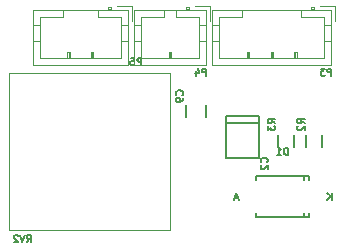
<source format=gbo>
G04 #@! TF.FileFunction,Legend,Bot*
%FSLAX46Y46*%
G04 Gerber Fmt 4.6, Leading zero omitted, Abs format (unit mm)*
G04 Created by KiCad (PCBNEW 4.0.7) date 03/02/18 07:07:43*
%MOMM*%
%LPD*%
G01*
G04 APERTURE LIST*
%ADD10C,0.100000*%
%ADD11C,0.120000*%
%ADD12C,0.150000*%
G04 APERTURE END LIST*
D10*
D11*
X178450000Y-71500000D02*
X178450000Y-76200000D01*
X178450000Y-76200000D02*
X168350000Y-76200000D01*
X168350000Y-76200000D02*
X168350000Y-71500000D01*
X168350000Y-71500000D02*
X178450000Y-71500000D01*
X175900000Y-71500000D02*
X175900000Y-72100000D01*
X175900000Y-72100000D02*
X177850000Y-72100000D01*
X177850000Y-72100000D02*
X177850000Y-75600000D01*
X177850000Y-75600000D02*
X168950000Y-75600000D01*
X168950000Y-75600000D02*
X168950000Y-72100000D01*
X168950000Y-72100000D02*
X170900000Y-72100000D01*
X170900000Y-72100000D02*
X170900000Y-71500000D01*
X178450000Y-72800000D02*
X177850000Y-72800000D01*
X178450000Y-74100000D02*
X177850000Y-74100000D01*
X168350000Y-72800000D02*
X168950000Y-72800000D01*
X168350000Y-74100000D02*
X168950000Y-74100000D01*
X176700000Y-71500000D02*
X176700000Y-71300000D01*
X176700000Y-71300000D02*
X177000000Y-71300000D01*
X177000000Y-71300000D02*
X177000000Y-71500000D01*
X176700000Y-71400000D02*
X177000000Y-71400000D01*
X175500000Y-75600000D02*
X175500000Y-75100000D01*
X175500000Y-75100000D02*
X175300000Y-75100000D01*
X175300000Y-75100000D02*
X175300000Y-75600000D01*
X175400000Y-75600000D02*
X175400000Y-75100000D01*
X173500000Y-75600000D02*
X173500000Y-75100000D01*
X173500000Y-75100000D02*
X173300000Y-75100000D01*
X173300000Y-75100000D02*
X173300000Y-75600000D01*
X173400000Y-75600000D02*
X173400000Y-75100000D01*
X171500000Y-75600000D02*
X171500000Y-75100000D01*
X171500000Y-75100000D02*
X171300000Y-75100000D01*
X171300000Y-75100000D02*
X171300000Y-75600000D01*
X171400000Y-75600000D02*
X171400000Y-75100000D01*
X177500000Y-71200000D02*
X178750000Y-71200000D01*
X178750000Y-71200000D02*
X178750000Y-72450000D01*
X167850000Y-71500000D02*
X167850000Y-76200000D01*
X167850000Y-76200000D02*
X161750000Y-76200000D01*
X161750000Y-76200000D02*
X161750000Y-71500000D01*
X161750000Y-71500000D02*
X167850000Y-71500000D01*
X165300000Y-71500000D02*
X165300000Y-72100000D01*
X165300000Y-72100000D02*
X167250000Y-72100000D01*
X167250000Y-72100000D02*
X167250000Y-75600000D01*
X167250000Y-75600000D02*
X162350000Y-75600000D01*
X162350000Y-75600000D02*
X162350000Y-72100000D01*
X162350000Y-72100000D02*
X164300000Y-72100000D01*
X164300000Y-72100000D02*
X164300000Y-71500000D01*
X167850000Y-72800000D02*
X167250000Y-72800000D01*
X167850000Y-74100000D02*
X167250000Y-74100000D01*
X161750000Y-72800000D02*
X162350000Y-72800000D01*
X161750000Y-74100000D02*
X162350000Y-74100000D01*
X166100000Y-71500000D02*
X166100000Y-71300000D01*
X166100000Y-71300000D02*
X166400000Y-71300000D01*
X166400000Y-71300000D02*
X166400000Y-71500000D01*
X166100000Y-71400000D02*
X166400000Y-71400000D01*
X164900000Y-75600000D02*
X164900000Y-75100000D01*
X164900000Y-75100000D02*
X164700000Y-75100000D01*
X164700000Y-75100000D02*
X164700000Y-75600000D01*
X164800000Y-75600000D02*
X164800000Y-75100000D01*
X166900000Y-71200000D02*
X168150000Y-71200000D01*
X168150000Y-71200000D02*
X168150000Y-72450000D01*
D12*
X176325000Y-82100000D02*
X176325000Y-83100000D01*
X177675000Y-83100000D02*
X177675000Y-82100000D01*
X175275000Y-83100000D02*
X175275000Y-82100000D01*
X173925000Y-82100000D02*
X173925000Y-83100000D01*
X176099140Y-89050060D02*
X176099140Y-88699540D01*
X176099140Y-85549940D02*
X176099140Y-85900460D01*
X172049560Y-89050060D02*
X172049560Y-88699540D01*
X176550440Y-89050060D02*
X176550440Y-88699540D01*
X176550440Y-85549940D02*
X176550440Y-85900460D01*
X172049560Y-85549940D02*
X172049560Y-85900460D01*
X176550440Y-89050060D02*
X172049560Y-89050060D01*
X176550440Y-85549940D02*
X172049560Y-85549940D01*
D11*
X161250000Y-71500000D02*
X161250000Y-76200000D01*
X161250000Y-76200000D02*
X153150000Y-76200000D01*
X153150000Y-76200000D02*
X153150000Y-71500000D01*
X153150000Y-71500000D02*
X161250000Y-71500000D01*
X158700000Y-71500000D02*
X158700000Y-72100000D01*
X158700000Y-72100000D02*
X160650000Y-72100000D01*
X160650000Y-72100000D02*
X160650000Y-75600000D01*
X160650000Y-75600000D02*
X153750000Y-75600000D01*
X153750000Y-75600000D02*
X153750000Y-72100000D01*
X153750000Y-72100000D02*
X155700000Y-72100000D01*
X155700000Y-72100000D02*
X155700000Y-71500000D01*
X161250000Y-72800000D02*
X160650000Y-72800000D01*
X161250000Y-74100000D02*
X160650000Y-74100000D01*
X153150000Y-72800000D02*
X153750000Y-72800000D01*
X153150000Y-74100000D02*
X153750000Y-74100000D01*
X159500000Y-71500000D02*
X159500000Y-71300000D01*
X159500000Y-71300000D02*
X159800000Y-71300000D01*
X159800000Y-71300000D02*
X159800000Y-71500000D01*
X159500000Y-71400000D02*
X159800000Y-71400000D01*
X158300000Y-75600000D02*
X158300000Y-75100000D01*
X158300000Y-75100000D02*
X158100000Y-75100000D01*
X158100000Y-75100000D02*
X158100000Y-75600000D01*
X158200000Y-75600000D02*
X158200000Y-75100000D01*
X156300000Y-75600000D02*
X156300000Y-75100000D01*
X156300000Y-75100000D02*
X156100000Y-75100000D01*
X156100000Y-75100000D02*
X156100000Y-75600000D01*
X156200000Y-75600000D02*
X156200000Y-75100000D01*
X160300000Y-71200000D02*
X161550000Y-71200000D01*
X161550000Y-71200000D02*
X161550000Y-72450000D01*
X164760000Y-76850000D02*
X151140000Y-76850000D01*
X164760000Y-90160000D02*
X151140000Y-90160000D01*
X164760000Y-76850000D02*
X164760000Y-90160000D01*
X151140000Y-76850000D02*
X151140000Y-90160000D01*
D12*
X166150000Y-80600000D02*
X166150000Y-79600000D01*
X167850000Y-79600000D02*
X167850000Y-80600000D01*
X172297000Y-81093500D02*
X169503000Y-81093500D01*
X172297000Y-80522000D02*
X172297000Y-84078000D01*
X172297000Y-84078000D02*
X169503000Y-84078000D01*
X169503000Y-84078000D02*
X169503000Y-80522000D01*
X169503000Y-80522000D02*
X172297000Y-80522000D01*
X178442857Y-77071429D02*
X178442857Y-76471429D01*
X178214285Y-76471429D01*
X178157143Y-76500000D01*
X178128571Y-76528571D01*
X178100000Y-76585714D01*
X178100000Y-76671429D01*
X178128571Y-76728571D01*
X178157143Y-76757143D01*
X178214285Y-76785714D01*
X178442857Y-76785714D01*
X177900000Y-76471429D02*
X177528571Y-76471429D01*
X177728571Y-76700000D01*
X177642857Y-76700000D01*
X177585714Y-76728571D01*
X177557143Y-76757143D01*
X177528571Y-76814286D01*
X177528571Y-76957143D01*
X177557143Y-77014286D01*
X177585714Y-77042857D01*
X177642857Y-77071429D01*
X177814285Y-77071429D01*
X177871428Y-77042857D01*
X177900000Y-77014286D01*
X167842857Y-77071429D02*
X167842857Y-76471429D01*
X167614285Y-76471429D01*
X167557143Y-76500000D01*
X167528571Y-76528571D01*
X167500000Y-76585714D01*
X167500000Y-76671429D01*
X167528571Y-76728571D01*
X167557143Y-76757143D01*
X167614285Y-76785714D01*
X167842857Y-76785714D01*
X166985714Y-76671429D02*
X166985714Y-77071429D01*
X167128571Y-76442857D02*
X167271428Y-76871429D01*
X166900000Y-76871429D01*
X176171429Y-81100000D02*
X175885714Y-80900000D01*
X176171429Y-80757143D02*
X175571429Y-80757143D01*
X175571429Y-80985715D01*
X175600000Y-81042857D01*
X175628571Y-81071429D01*
X175685714Y-81100000D01*
X175771429Y-81100000D01*
X175828571Y-81071429D01*
X175857143Y-81042857D01*
X175885714Y-80985715D01*
X175885714Y-80757143D01*
X175628571Y-81328572D02*
X175600000Y-81357143D01*
X175571429Y-81414286D01*
X175571429Y-81557143D01*
X175600000Y-81614286D01*
X175628571Y-81642857D01*
X175685714Y-81671429D01*
X175742857Y-81671429D01*
X175828571Y-81642857D01*
X176171429Y-81300000D01*
X176171429Y-81671429D01*
X173671429Y-81100000D02*
X173385714Y-80900000D01*
X173671429Y-80757143D02*
X173071429Y-80757143D01*
X173071429Y-80985715D01*
X173100000Y-81042857D01*
X173128571Y-81071429D01*
X173185714Y-81100000D01*
X173271429Y-81100000D01*
X173328571Y-81071429D01*
X173357143Y-81042857D01*
X173385714Y-80985715D01*
X173385714Y-80757143D01*
X173071429Y-81300000D02*
X173071429Y-81671429D01*
X173300000Y-81471429D01*
X173300000Y-81557143D01*
X173328571Y-81614286D01*
X173357143Y-81642857D01*
X173414286Y-81671429D01*
X173557143Y-81671429D01*
X173614286Y-81642857D01*
X173642857Y-81614286D01*
X173671429Y-81557143D01*
X173671429Y-81385715D01*
X173642857Y-81328572D01*
X173614286Y-81300000D01*
X174742857Y-83761429D02*
X174742857Y-83161429D01*
X174600000Y-83161429D01*
X174514285Y-83190000D01*
X174457143Y-83247143D01*
X174428571Y-83304286D01*
X174400000Y-83418571D01*
X174400000Y-83504286D01*
X174428571Y-83618571D01*
X174457143Y-83675714D01*
X174514285Y-83732857D01*
X174600000Y-83761429D01*
X174742857Y-83761429D01*
X173828571Y-83761429D02*
X174171428Y-83761429D01*
X174000000Y-83761429D02*
X174000000Y-83161429D01*
X174057143Y-83247143D01*
X174114285Y-83304286D01*
X174171428Y-83332857D01*
X178457143Y-87571429D02*
X178457143Y-86971429D01*
X178114286Y-87571429D02*
X178371429Y-87228571D01*
X178114286Y-86971429D02*
X178457143Y-87314286D01*
X170542857Y-87400000D02*
X170257143Y-87400000D01*
X170600000Y-87571429D02*
X170400000Y-86971429D01*
X170200000Y-87571429D01*
X162342857Y-76171429D02*
X162342857Y-75571429D01*
X162114285Y-75571429D01*
X162057143Y-75600000D01*
X162028571Y-75628571D01*
X162000000Y-75685714D01*
X162000000Y-75771429D01*
X162028571Y-75828571D01*
X162057143Y-75857143D01*
X162114285Y-75885714D01*
X162342857Y-75885714D01*
X161457143Y-75571429D02*
X161742857Y-75571429D01*
X161771428Y-75857143D01*
X161742857Y-75828571D01*
X161685714Y-75800000D01*
X161542857Y-75800000D01*
X161485714Y-75828571D01*
X161457143Y-75857143D01*
X161428571Y-75914286D01*
X161428571Y-76057143D01*
X161457143Y-76114286D01*
X161485714Y-76142857D01*
X161542857Y-76171429D01*
X161685714Y-76171429D01*
X161742857Y-76142857D01*
X161771428Y-76114286D01*
X152657143Y-91171429D02*
X152857143Y-90885714D01*
X153000000Y-91171429D02*
X153000000Y-90571429D01*
X152771428Y-90571429D01*
X152714286Y-90600000D01*
X152685714Y-90628571D01*
X152657143Y-90685714D01*
X152657143Y-90771429D01*
X152685714Y-90828571D01*
X152714286Y-90857143D01*
X152771428Y-90885714D01*
X153000000Y-90885714D01*
X152485714Y-90571429D02*
X152285714Y-91171429D01*
X152085714Y-90571429D01*
X151914285Y-90628571D02*
X151885714Y-90600000D01*
X151828571Y-90571429D01*
X151685714Y-90571429D01*
X151628571Y-90600000D01*
X151600000Y-90628571D01*
X151571428Y-90685714D01*
X151571428Y-90742857D01*
X151600000Y-90828571D01*
X151942857Y-91171429D01*
X151571428Y-91171429D01*
X165814286Y-78700000D02*
X165842857Y-78671429D01*
X165871429Y-78585715D01*
X165871429Y-78528572D01*
X165842857Y-78442857D01*
X165785714Y-78385715D01*
X165728571Y-78357143D01*
X165614286Y-78328572D01*
X165528571Y-78328572D01*
X165414286Y-78357143D01*
X165357143Y-78385715D01*
X165300000Y-78442857D01*
X165271429Y-78528572D01*
X165271429Y-78585715D01*
X165300000Y-78671429D01*
X165328571Y-78700000D01*
X165871429Y-78985715D02*
X165871429Y-79100000D01*
X165842857Y-79157143D01*
X165814286Y-79185715D01*
X165728571Y-79242857D01*
X165614286Y-79271429D01*
X165385714Y-79271429D01*
X165328571Y-79242857D01*
X165300000Y-79214286D01*
X165271429Y-79157143D01*
X165271429Y-79042857D01*
X165300000Y-78985715D01*
X165328571Y-78957143D01*
X165385714Y-78928572D01*
X165528571Y-78928572D01*
X165585714Y-78957143D01*
X165614286Y-78985715D01*
X165642857Y-79042857D01*
X165642857Y-79157143D01*
X165614286Y-79214286D01*
X165585714Y-79242857D01*
X165528571Y-79271429D01*
X172989287Y-84400000D02*
X173017858Y-84371429D01*
X173046430Y-84285715D01*
X173046430Y-84228572D01*
X173017858Y-84142857D01*
X172960715Y-84085715D01*
X172903572Y-84057143D01*
X172789287Y-84028572D01*
X172703572Y-84028572D01*
X172589287Y-84057143D01*
X172532144Y-84085715D01*
X172475001Y-84142857D01*
X172446430Y-84228572D01*
X172446430Y-84285715D01*
X172475001Y-84371429D01*
X172503572Y-84400000D01*
X172503572Y-84628572D02*
X172475001Y-84657143D01*
X172446430Y-84714286D01*
X172446430Y-84857143D01*
X172475001Y-84914286D01*
X172503572Y-84942857D01*
X172560715Y-84971429D01*
X172617858Y-84971429D01*
X172703572Y-84942857D01*
X173046430Y-84600000D01*
X173046430Y-84971429D01*
M02*

</source>
